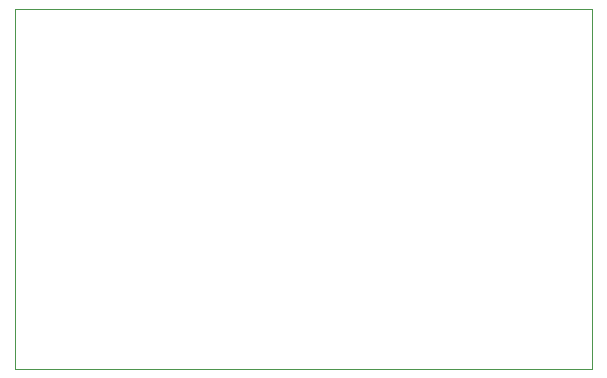
<source format=gko>
G04 Layer_Color=16720538*
%FSLAX25Y25*%
%MOIN*%
G70*
G01*
G75*
%ADD56C,0.00100*%
D56*
X0Y0D02*
Y120000D01*
X192500D01*
X0Y0D02*
X192500D01*
Y120000D01*
M02*

</source>
